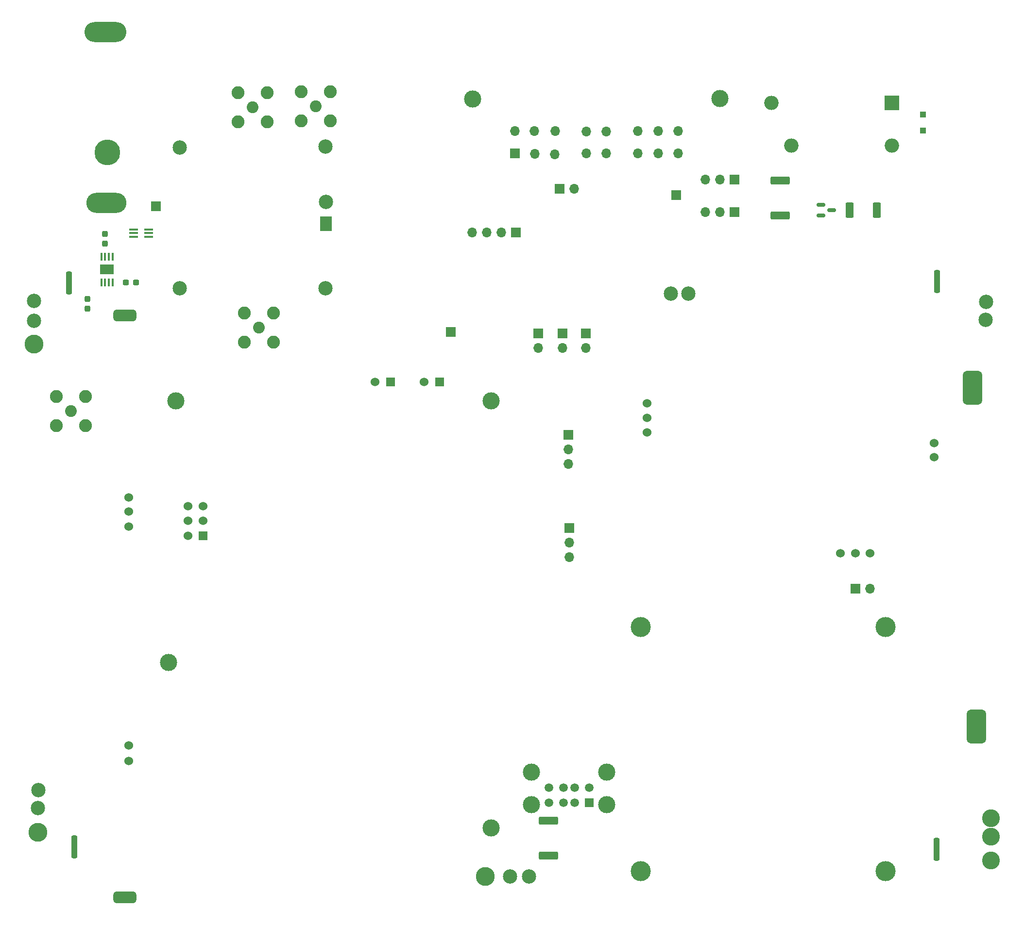
<source format=gts>
G04 #@! TF.GenerationSoftware,KiCad,Pcbnew,(6.0.1)*
G04 #@! TF.CreationDate,2022-04-19T13:09:52-07:00*
G04 #@! TF.ProjectId,Motherboard,4d6f7468-6572-4626-9f61-72642e6b6963,rev?*
G04 #@! TF.SameCoordinates,Original*
G04 #@! TF.FileFunction,Soldermask,Top*
G04 #@! TF.FilePolarity,Negative*
%FSLAX46Y46*%
G04 Gerber Fmt 4.6, Leading zero omitted, Abs format (unit mm)*
G04 Created by KiCad (PCBNEW (6.0.1)) date 2022-04-19 13:09:52*
%MOMM*%
%LPD*%
G01*
G04 APERTURE LIST*
G04 Aperture macros list*
%AMRoundRect*
0 Rectangle with rounded corners*
0 $1 Rounding radius*
0 $2 $3 $4 $5 $6 $7 $8 $9 X,Y pos of 4 corners*
0 Add a 4 corners polygon primitive as box body*
4,1,4,$2,$3,$4,$5,$6,$7,$8,$9,$2,$3,0*
0 Add four circle primitives for the rounded corners*
1,1,$1+$1,$2,$3*
1,1,$1+$1,$4,$5*
1,1,$1+$1,$6,$7*
1,1,$1+$1,$8,$9*
0 Add four rect primitives between the rounded corners*
20,1,$1+$1,$2,$3,$4,$5,0*
20,1,$1+$1,$4,$5,$6,$7,0*
20,1,$1+$1,$6,$7,$8,$9,0*
20,1,$1+$1,$8,$9,$2,$3,0*%
G04 Aperture macros list end*
%ADD10R,1.700000X1.700000*%
%ADD11C,2.050000*%
%ADD12C,2.250000*%
%ADD13R,2.500000X2.500000*%
%ADD14O,2.500000X2.500000*%
%ADD15RoundRect,0.237500X-0.300000X-0.237500X0.300000X-0.237500X0.300000X0.237500X-0.300000X0.237500X0*%
%ADD16O,1.700000X1.700000*%
%ADD17RoundRect,0.500000X1.500000X-0.500000X1.500000X0.500000X-1.500000X0.500000X-1.500000X-0.500000X0*%
%ADD18C,1.524000*%
%ADD19C,3.300000*%
%ADD20C,2.500000*%
%ADD21RoundRect,0.850000X-0.850000X-2.150000X0.850000X-2.150000X0.850000X2.150000X-0.850000X2.150000X0*%
%ADD22O,7.000000X3.500000*%
%ADD23O,7.300000X3.500000*%
%ADD24C,4.500000*%
%ADD25C,3.100000*%
%ADD26RoundRect,0.850000X0.850000X2.150000X-0.850000X2.150000X-0.850000X-2.150000X0.850000X-2.150000X0*%
%ADD27RoundRect,0.250000X-0.250000X-1.750000X0.250000X-1.750000X0.250000X1.750000X-0.250000X1.750000X0*%
%ADD28C,3.000000*%
%ADD29R,1.524000X1.524000*%
%ADD30RoundRect,0.237500X-0.237500X0.300000X-0.237500X-0.300000X0.237500X-0.300000X0.237500X0.300000X0*%
%ADD31R,1.500000X1.500000*%
%ADD32C,1.500000*%
%ADD33C,3.500000*%
%ADD34RoundRect,0.249999X-1.425001X0.450001X-1.425001X-0.450001X1.425001X-0.450001X1.425001X0.450001X0*%
%ADD35R,1.100000X1.100000*%
%ADD36RoundRect,0.249999X0.450001X1.075001X-0.450001X1.075001X-0.450001X-1.075001X0.450001X-1.075001X0*%
%ADD37R,0.431800X1.346200*%
%ADD38R,2.413000X1.778000*%
%ADD39R,1.500000X0.400000*%
%ADD40R,2.000000X2.500000*%
%ADD41RoundRect,0.150000X-0.587500X-0.150000X0.587500X-0.150000X0.587500X0.150000X-0.587500X0.150000X0*%
G04 APERTURE END LIST*
D10*
X200600000Y-105300000D03*
D11*
X177000000Y-66000000D03*
D12*
X174460000Y-63460000D03*
X179540000Y-63460000D03*
X179540000Y-68540000D03*
X174460000Y-68540000D03*
D13*
X277407500Y-65342500D03*
D14*
X256407500Y-65342500D03*
X259907500Y-72842500D03*
X277407500Y-72842500D03*
D15*
X143937500Y-96663454D03*
X145662500Y-96663454D03*
D10*
X224075000Y-105600000D03*
D16*
X224075000Y-108140000D03*
D17*
X143755000Y-102450000D03*
X143755000Y-203950000D03*
D18*
X144455000Y-136680000D03*
X144455000Y-139280000D03*
X144455000Y-134180000D03*
X144455000Y-177450000D03*
X144455000Y-180150000D03*
D19*
X127895000Y-107450000D03*
D20*
X127895000Y-103350000D03*
X127895000Y-99950000D03*
D21*
X291495000Y-115050000D03*
D20*
X241995000Y-98650000D03*
X238895000Y-98636052D03*
X293895000Y-100050000D03*
X293795000Y-103250000D03*
D22*
X140567500Y-82800000D03*
D23*
X140367500Y-53000000D03*
D24*
X140667500Y-74000000D03*
D11*
X134366000Y-119126000D03*
D12*
X131826000Y-116586000D03*
X136906000Y-116586000D03*
X131826000Y-121666000D03*
X136906000Y-121666000D03*
D10*
X221050000Y-123250000D03*
D16*
X221050000Y-125790000D03*
X221050000Y-128330000D03*
D10*
X215775000Y-105600000D03*
D16*
X215775000Y-108140000D03*
D10*
X250000000Y-78750000D03*
D16*
X247460000Y-78750000D03*
X244920000Y-78750000D03*
D19*
X206600000Y-200350000D03*
D25*
X294700000Y-190150000D03*
D26*
X292200000Y-174150000D03*
D20*
X128600000Y-188350000D03*
X210900000Y-200350000D03*
D25*
X294700000Y-197550000D03*
X294700000Y-193350000D03*
D19*
X128600000Y-192650000D03*
D20*
X128700000Y-185250000D03*
X214204026Y-200350000D03*
D18*
X234745000Y-117755000D03*
X234745000Y-120355000D03*
X268495000Y-143955000D03*
X284845000Y-124705000D03*
X234745000Y-122855000D03*
X271095000Y-143955000D03*
X273595000Y-143955000D03*
X284845000Y-127205000D03*
D27*
X285250000Y-195600000D03*
D28*
X207550000Y-191855000D03*
X151350000Y-162955000D03*
X152650000Y-117355000D03*
X207550000Y-117355000D03*
D18*
X154750000Y-138255000D03*
X154750000Y-135755000D03*
X154750000Y-140855000D03*
X157350000Y-135755000D03*
D29*
X157350000Y-140855000D03*
D18*
X157350000Y-138255000D03*
X187350000Y-114055000D03*
D29*
X190050000Y-114055000D03*
D18*
X195950000Y-114055000D03*
D29*
X198650000Y-114055000D03*
D10*
X239850000Y-81450000D03*
D30*
X140300000Y-88237500D03*
X140300000Y-89962500D03*
D31*
X224670000Y-187450000D03*
D32*
X222170000Y-187450000D03*
X220170000Y-187450000D03*
X217670000Y-187450000D03*
X224670000Y-184830000D03*
X222170000Y-184830000D03*
X220170000Y-184830000D03*
X217670000Y-184830000D03*
D28*
X214600000Y-182120000D03*
X214600000Y-187800000D03*
X227740000Y-187800000D03*
X227740000Y-182120000D03*
D10*
X149200000Y-83400000D03*
D33*
X276300000Y-156800000D03*
D34*
X258000000Y-78950000D03*
X258000000Y-85050000D03*
D10*
X211700000Y-74167500D03*
D16*
X211700000Y-70287500D03*
X215250000Y-74237500D03*
X215150000Y-70287500D03*
X218700000Y-74337500D03*
X218750000Y-70287500D03*
X224200000Y-74187500D03*
X224200000Y-70337500D03*
X227700000Y-74137500D03*
X227700000Y-70387500D03*
X233200000Y-74137500D03*
X233200000Y-70237500D03*
X236700000Y-74137500D03*
X236700000Y-70237500D03*
X240200000Y-74187500D03*
X240200000Y-70237500D03*
D28*
X247450000Y-64637500D03*
X204400000Y-64687500D03*
D27*
X134950000Y-195200000D03*
D10*
X220075000Y-105600000D03*
D16*
X220075000Y-108140000D03*
D30*
X137200000Y-99537500D03*
X137200000Y-101262500D03*
D34*
X217570000Y-190570000D03*
X217570000Y-196670000D03*
D35*
X282900000Y-70200000D03*
X282900000Y-67400000D03*
D10*
X221225000Y-139575000D03*
D16*
X221225000Y-142115000D03*
X221225000Y-144655000D03*
D10*
X250000000Y-84400000D03*
D16*
X247460000Y-84400000D03*
X244920000Y-84400000D03*
D36*
X274850000Y-84100000D03*
X270050000Y-84100000D03*
D37*
X141622860Y-92214050D03*
X140972620Y-92214050D03*
X140322380Y-92214050D03*
X139672140Y-92214050D03*
X139672140Y-96659050D03*
X140322380Y-96659050D03*
X140972620Y-96659050D03*
X141622860Y-96659050D03*
D38*
X140647500Y-94436550D03*
D27*
X285350000Y-96500000D03*
D33*
X276300000Y-199400000D03*
D10*
X211900000Y-88000000D03*
D16*
X209360000Y-88000000D03*
X206820000Y-88000000D03*
X204280000Y-88000000D03*
D39*
X147930000Y-88750000D03*
X147930000Y-88100000D03*
X147930000Y-87450000D03*
X145270000Y-87450000D03*
X145270000Y-88100000D03*
X145270000Y-88750000D03*
D27*
X134050000Y-96750000D03*
D10*
X219550000Y-80375000D03*
D16*
X222090000Y-80375000D03*
D33*
X233700000Y-156800000D03*
D10*
X271100000Y-150125000D03*
D16*
X273640000Y-150125000D03*
D20*
X178732000Y-97729000D03*
X153332000Y-73129000D03*
X178732000Y-73029000D03*
X153332000Y-97729000D03*
D40*
X178832000Y-86429000D03*
D20*
X178832000Y-82629000D03*
D11*
X166032000Y-66129000D03*
D12*
X163492000Y-68669000D03*
X163492000Y-63589000D03*
X168572000Y-63589000D03*
X168572000Y-68669000D03*
D11*
X167132000Y-104559000D03*
D12*
X169672000Y-102019000D03*
X169672000Y-107099000D03*
X164592000Y-102019000D03*
X164592000Y-107099000D03*
D33*
X233700000Y-199400000D03*
D41*
X265062500Y-83150000D03*
X265062500Y-85050000D03*
X266937500Y-84100000D03*
M02*

</source>
